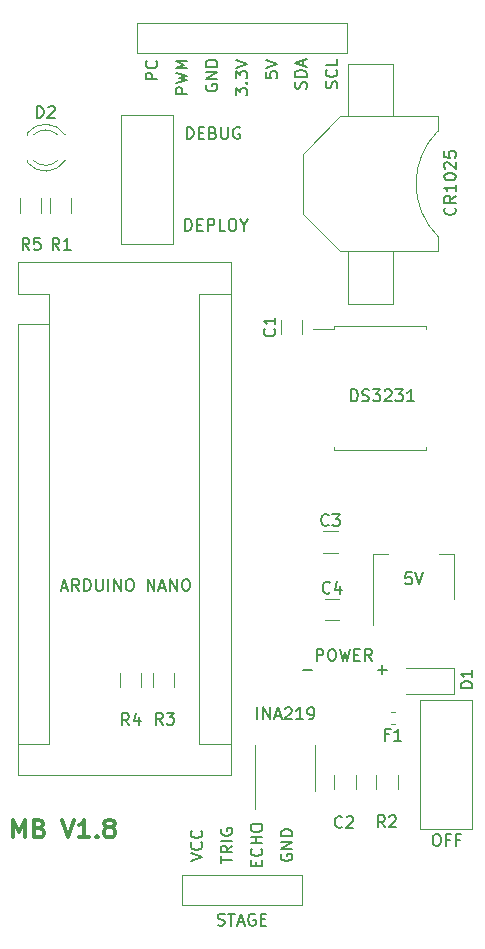
<source format=gbr>
%TF.GenerationSoftware,KiCad,Pcbnew,(5.1.6)-1*%
%TF.CreationDate,2021-10-22T11:30:52-04:00*%
%TF.ProjectId,main_board,6d61696e-5f62-46f6-9172-642e6b696361,rev?*%
%TF.SameCoordinates,Original*%
%TF.FileFunction,Legend,Top*%
%TF.FilePolarity,Positive*%
%FSLAX46Y46*%
G04 Gerber Fmt 4.6, Leading zero omitted, Abs format (unit mm)*
G04 Created by KiCad (PCBNEW (5.1.6)-1) date 2021-10-22 11:30:52*
%MOMM*%
%LPD*%
G01*
G04 APERTURE LIST*
%ADD10C,0.150000*%
%ADD11C,0.300000*%
%ADD12C,0.120000*%
G04 APERTURE END LIST*
D10*
X152803504Y-82443580D02*
X152803504Y-81443580D01*
X153041600Y-81443580D01*
X153184457Y-81491200D01*
X153279695Y-81586438D01*
X153327314Y-81681676D01*
X153374933Y-81872152D01*
X153374933Y-82015009D01*
X153327314Y-82205485D01*
X153279695Y-82300723D01*
X153184457Y-82395961D01*
X153041600Y-82443580D01*
X152803504Y-82443580D01*
X153803504Y-81919771D02*
X154136838Y-81919771D01*
X154279695Y-82443580D02*
X153803504Y-82443580D01*
X153803504Y-81443580D01*
X154279695Y-81443580D01*
X155041600Y-81919771D02*
X155184457Y-81967390D01*
X155232076Y-82015009D01*
X155279695Y-82110247D01*
X155279695Y-82253104D01*
X155232076Y-82348342D01*
X155184457Y-82395961D01*
X155089219Y-82443580D01*
X154708266Y-82443580D01*
X154708266Y-81443580D01*
X155041600Y-81443580D01*
X155136838Y-81491200D01*
X155184457Y-81538819D01*
X155232076Y-81634057D01*
X155232076Y-81729295D01*
X155184457Y-81824533D01*
X155136838Y-81872152D01*
X155041600Y-81919771D01*
X154708266Y-81919771D01*
X155708266Y-81443580D02*
X155708266Y-82253104D01*
X155755885Y-82348342D01*
X155803504Y-82395961D01*
X155898742Y-82443580D01*
X156089219Y-82443580D01*
X156184457Y-82395961D01*
X156232076Y-82348342D01*
X156279695Y-82253104D01*
X156279695Y-81443580D01*
X157279695Y-81491200D02*
X157184457Y-81443580D01*
X157041600Y-81443580D01*
X156898742Y-81491200D01*
X156803504Y-81586438D01*
X156755885Y-81681676D01*
X156708266Y-81872152D01*
X156708266Y-82015009D01*
X156755885Y-82205485D01*
X156803504Y-82300723D01*
X156898742Y-82395961D01*
X157041600Y-82443580D01*
X157136838Y-82443580D01*
X157279695Y-82395961D01*
X157327314Y-82348342D01*
X157327314Y-82015009D01*
X157136838Y-82015009D01*
X152673371Y-90215980D02*
X152673371Y-89215980D01*
X152911466Y-89215980D01*
X153054323Y-89263600D01*
X153149561Y-89358838D01*
X153197180Y-89454076D01*
X153244800Y-89644552D01*
X153244800Y-89787409D01*
X153197180Y-89977885D01*
X153149561Y-90073123D01*
X153054323Y-90168361D01*
X152911466Y-90215980D01*
X152673371Y-90215980D01*
X153673371Y-89692171D02*
X154006704Y-89692171D01*
X154149561Y-90215980D02*
X153673371Y-90215980D01*
X153673371Y-89215980D01*
X154149561Y-89215980D01*
X154578133Y-90215980D02*
X154578133Y-89215980D01*
X154959085Y-89215980D01*
X155054323Y-89263600D01*
X155101942Y-89311219D01*
X155149561Y-89406457D01*
X155149561Y-89549314D01*
X155101942Y-89644552D01*
X155054323Y-89692171D01*
X154959085Y-89739790D01*
X154578133Y-89739790D01*
X156054323Y-90215980D02*
X155578133Y-90215980D01*
X155578133Y-89215980D01*
X156578133Y-89215980D02*
X156768609Y-89215980D01*
X156863847Y-89263600D01*
X156959085Y-89358838D01*
X157006704Y-89549314D01*
X157006704Y-89882647D01*
X156959085Y-90073123D01*
X156863847Y-90168361D01*
X156768609Y-90215980D01*
X156578133Y-90215980D01*
X156482895Y-90168361D01*
X156387657Y-90073123D01*
X156340038Y-89882647D01*
X156340038Y-89549314D01*
X156387657Y-89358838D01*
X156482895Y-89263600D01*
X156578133Y-89215980D01*
X157625752Y-89739790D02*
X157625752Y-90215980D01*
X157292419Y-89215980D02*
X157625752Y-89739790D01*
X157959085Y-89215980D01*
X173863119Y-141311380D02*
X174053595Y-141311380D01*
X174148833Y-141359000D01*
X174244071Y-141454238D01*
X174291690Y-141644714D01*
X174291690Y-141978047D01*
X174244071Y-142168523D01*
X174148833Y-142263761D01*
X174053595Y-142311380D01*
X173863119Y-142311380D01*
X173767880Y-142263761D01*
X173672642Y-142168523D01*
X173625023Y-141978047D01*
X173625023Y-141644714D01*
X173672642Y-141454238D01*
X173767880Y-141359000D01*
X173863119Y-141311380D01*
X175053595Y-141787571D02*
X174720261Y-141787571D01*
X174720261Y-142311380D02*
X174720261Y-141311380D01*
X175196452Y-141311380D01*
X175910738Y-141787571D02*
X175577404Y-141787571D01*
X175577404Y-142311380D02*
X175577404Y-141311380D01*
X176053595Y-141311380D01*
D11*
X138117000Y-141585071D02*
X138117000Y-140085071D01*
X138617000Y-141156500D01*
X139117000Y-140085071D01*
X139117000Y-141585071D01*
X140331285Y-140799357D02*
X140545571Y-140870785D01*
X140617000Y-140942214D01*
X140688428Y-141085071D01*
X140688428Y-141299357D01*
X140617000Y-141442214D01*
X140545571Y-141513642D01*
X140402714Y-141585071D01*
X139831285Y-141585071D01*
X139831285Y-140085071D01*
X140331285Y-140085071D01*
X140474142Y-140156500D01*
X140545571Y-140227928D01*
X140617000Y-140370785D01*
X140617000Y-140513642D01*
X140545571Y-140656500D01*
X140474142Y-140727928D01*
X140331285Y-140799357D01*
X139831285Y-140799357D01*
X142259857Y-140085071D02*
X142759857Y-141585071D01*
X143259857Y-140085071D01*
X144545571Y-141585071D02*
X143688428Y-141585071D01*
X144117000Y-141585071D02*
X144117000Y-140085071D01*
X143974142Y-140299357D01*
X143831285Y-140442214D01*
X143688428Y-140513642D01*
X145188428Y-141442214D02*
X145259857Y-141513642D01*
X145188428Y-141585071D01*
X145117000Y-141513642D01*
X145188428Y-141442214D01*
X145188428Y-141585071D01*
X146117000Y-140727928D02*
X145974142Y-140656500D01*
X145902714Y-140585071D01*
X145831285Y-140442214D01*
X145831285Y-140370785D01*
X145902714Y-140227928D01*
X145974142Y-140156500D01*
X146117000Y-140085071D01*
X146402714Y-140085071D01*
X146545571Y-140156500D01*
X146617000Y-140227928D01*
X146688428Y-140370785D01*
X146688428Y-140442214D01*
X146617000Y-140585071D01*
X146545571Y-140656500D01*
X146402714Y-140727928D01*
X146117000Y-140727928D01*
X145974142Y-140799357D01*
X145902714Y-140870785D01*
X145831285Y-141013642D01*
X145831285Y-141299357D01*
X145902714Y-141442214D01*
X145974142Y-141513642D01*
X146117000Y-141585071D01*
X146402714Y-141585071D01*
X146545571Y-141513642D01*
X146617000Y-141442214D01*
X146688428Y-141299357D01*
X146688428Y-141013642D01*
X146617000Y-140870785D01*
X146545571Y-140799357D01*
X146402714Y-140727928D01*
D12*
%TO.C,switch2*%
X147193000Y-91313000D02*
X147193000Y-80391000D01*
X151638000Y-91313000D02*
X151638000Y-80391000D01*
X147193000Y-80391000D02*
X151638000Y-80391000D01*
X147193000Y-91313000D02*
X151638000Y-91313000D01*
%TO.C,ARDUINO NANO*%
X156530500Y-92897500D02*
X138490500Y-92897500D01*
X156530500Y-136337500D02*
X156530500Y-92897500D01*
X138490500Y-136337500D02*
X156530500Y-136337500D01*
X141160500Y-133667500D02*
X138490500Y-133667500D01*
X141160500Y-98107500D02*
X141160500Y-133667500D01*
X141160500Y-98107500D02*
X138490500Y-98107500D01*
X153860500Y-133667500D02*
X156530500Y-133667500D01*
X153860500Y-95567500D02*
X153860500Y-133667500D01*
X153860500Y-95567500D02*
X156530500Y-95567500D01*
X138490500Y-92897500D02*
X138490500Y-95567500D01*
X138490500Y-98107500D02*
X138490500Y-136337500D01*
X141160500Y-95567500D02*
X138490500Y-95567500D01*
X141160500Y-98107500D02*
X141160500Y-95567500D01*
%TO.C,CR1025*%
X166433500Y-76073000D02*
X166433500Y-76708000D01*
X170243500Y-76073000D02*
X166433500Y-76073000D01*
X170243500Y-76708000D02*
X170243500Y-76073000D01*
X166433500Y-96393000D02*
X166433500Y-95758000D01*
X170243500Y-96393000D02*
X166433500Y-96393000D01*
X170243500Y-95758000D02*
X170243500Y-96393000D01*
X166433500Y-76708000D02*
X166433500Y-80518000D01*
X170243500Y-80518000D02*
X170243500Y-76708000D01*
X166433500Y-95758000D02*
X166433500Y-91948000D01*
X170243500Y-91948000D02*
X170243500Y-95758000D01*
X174053500Y-91948000D02*
X165798500Y-91948000D01*
X168338500Y-80518000D02*
X165798500Y-80518000D01*
X162623500Y-83693000D02*
X165798500Y-80518000D01*
X162623500Y-88773000D02*
X165798500Y-91948000D01*
X162623500Y-83693000D02*
X162623500Y-88773000D01*
X162623500Y-86233000D02*
X162623500Y-83693000D01*
X174053500Y-80518000D02*
X174053500Y-81788000D01*
X174053500Y-91948000D02*
X174053500Y-90678000D01*
X168338500Y-80518000D02*
X174053500Y-80518000D01*
X174053501Y-90677999D02*
G75*
G02*
X174053501Y-81788001I4444999J4444999D01*
G01*
%TO.C,C1*%
X160761000Y-98963564D02*
X160761000Y-97759436D01*
X162581000Y-98963564D02*
X162581000Y-97759436D01*
%TO.C,C2*%
X165269500Y-136303936D02*
X165269500Y-137508064D01*
X167089500Y-136303936D02*
X167089500Y-137508064D01*
%TO.C,C3*%
X164370936Y-117496000D02*
X165575064Y-117496000D01*
X164370936Y-115676000D02*
X165575064Y-115676000D01*
%TO.C,C4*%
X164497936Y-121391000D02*
X165702064Y-121391000D01*
X164497936Y-123211000D02*
X165702064Y-123211000D01*
%TO.C,D1*%
X175434000Y-127198500D02*
X171374000Y-127198500D01*
X175434000Y-129468500D02*
X175434000Y-127198500D01*
X171374000Y-129468500D02*
X175434000Y-129468500D01*
%TO.C,D2*%
X139283000Y-84265000D02*
X139283000Y-84421000D01*
X139283000Y-81949000D02*
X139283000Y-82105000D01*
X142515335Y-82106392D02*
G75*
G03*
X139283000Y-81949484I-1672335J-1078608D01*
G01*
X142515335Y-84263608D02*
G75*
G02*
X139283000Y-84420516I-1672335J1078608D01*
G01*
X141884130Y-82105163D02*
G75*
G03*
X139802039Y-82105000I-1041130J-1079837D01*
G01*
X141884130Y-84264837D02*
G75*
G02*
X139802039Y-84265000I-1041130J1079837D01*
G01*
%TO.C,F1*%
X170414767Y-130998500D02*
X170072233Y-130998500D01*
X170414767Y-132018500D02*
X170072233Y-132018500D01*
%TO.C,R1*%
X143023000Y-88676564D02*
X143023000Y-87472436D01*
X141203000Y-88676564D02*
X141203000Y-87472436D01*
%TO.C,R2*%
X168825500Y-137508064D02*
X168825500Y-136303936D01*
X170645500Y-137508064D02*
X170645500Y-136303936D01*
%TO.C,R3*%
X151722500Y-128872064D02*
X151722500Y-127667936D01*
X149902500Y-128872064D02*
X149902500Y-127667936D01*
%TO.C,R4*%
X147108500Y-128872064D02*
X147108500Y-127667936D01*
X148928500Y-128872064D02*
X148928500Y-127667936D01*
%TO.C,R5*%
X140483000Y-88676564D02*
X140483000Y-87472436D01*
X138663000Y-88676564D02*
X138663000Y-87472436D01*
%TO.C,switch1*%
X176974500Y-129921000D02*
X172529500Y-129921000D01*
X176974500Y-140843000D02*
X172529500Y-140843000D01*
X172529500Y-129921000D02*
X172529500Y-140843000D01*
X176974500Y-129921000D02*
X176974500Y-140843000D01*
%TO.C,DS3231*%
X165304000Y-98500000D02*
X163489000Y-98500000D01*
X165304000Y-98245000D02*
X165304000Y-98500000D01*
X169164000Y-98245000D02*
X165304000Y-98245000D01*
X173024000Y-98245000D02*
X173024000Y-98500000D01*
X169164000Y-98245000D02*
X173024000Y-98245000D01*
X165304000Y-108765000D02*
X165304000Y-108510000D01*
X169164000Y-108765000D02*
X165304000Y-108765000D01*
X173024000Y-108765000D02*
X173024000Y-108510000D01*
X169164000Y-108765000D02*
X173024000Y-108765000D01*
%TO.C,INA219*%
X158539500Y-135699500D02*
X158539500Y-139149500D01*
X158539500Y-135699500D02*
X158539500Y-133749500D01*
X163659500Y-135699500D02*
X163659500Y-137649500D01*
X163659500Y-135699500D02*
X163659500Y-133749500D01*
%TO.C,5V*%
X168611500Y-123607000D02*
X168611500Y-117597000D01*
X175431500Y-121357000D02*
X175431500Y-117597000D01*
X168611500Y-117597000D02*
X169871500Y-117597000D01*
X175431500Y-117597000D02*
X174171500Y-117597000D01*
%TO.C,STAGE*%
X162560000Y-144780000D02*
X162560000Y-147320000D01*
X152400000Y-147320000D02*
X152400000Y-144780000D01*
X152400000Y-144780000D02*
X158750000Y-144780000D01*
X158750000Y-144780000D02*
X162560000Y-144780000D01*
X152400000Y-147320000D02*
X162560000Y-147320000D01*
%TO.C,U1*%
X151130000Y-72644000D02*
X166370000Y-72644000D01*
X151130000Y-75184000D02*
X166370000Y-75184000D01*
X166370000Y-75184000D02*
X166370000Y-72644000D01*
X148590000Y-75184000D02*
X148590000Y-72644000D01*
X151130000Y-75184000D02*
X148590000Y-75184000D01*
X151130000Y-72644000D02*
X148590000Y-72644000D01*
%TO.C,ARDUINO NANO*%
D10*
X142208928Y-120435666D02*
X142685119Y-120435666D01*
X142113690Y-120721380D02*
X142447023Y-119721380D01*
X142780357Y-120721380D01*
X143685119Y-120721380D02*
X143351785Y-120245190D01*
X143113690Y-120721380D02*
X143113690Y-119721380D01*
X143494642Y-119721380D01*
X143589880Y-119769000D01*
X143637500Y-119816619D01*
X143685119Y-119911857D01*
X143685119Y-120054714D01*
X143637500Y-120149952D01*
X143589880Y-120197571D01*
X143494642Y-120245190D01*
X143113690Y-120245190D01*
X144113690Y-120721380D02*
X144113690Y-119721380D01*
X144351785Y-119721380D01*
X144494642Y-119769000D01*
X144589880Y-119864238D01*
X144637500Y-119959476D01*
X144685119Y-120149952D01*
X144685119Y-120292809D01*
X144637500Y-120483285D01*
X144589880Y-120578523D01*
X144494642Y-120673761D01*
X144351785Y-120721380D01*
X144113690Y-120721380D01*
X145113690Y-119721380D02*
X145113690Y-120530904D01*
X145161309Y-120626142D01*
X145208928Y-120673761D01*
X145304166Y-120721380D01*
X145494642Y-120721380D01*
X145589880Y-120673761D01*
X145637500Y-120626142D01*
X145685119Y-120530904D01*
X145685119Y-119721380D01*
X146161309Y-120721380D02*
X146161309Y-119721380D01*
X146637500Y-120721380D02*
X146637500Y-119721380D01*
X147208928Y-120721380D01*
X147208928Y-119721380D01*
X147875595Y-119721380D02*
X148066071Y-119721380D01*
X148161309Y-119769000D01*
X148256547Y-119864238D01*
X148304166Y-120054714D01*
X148304166Y-120388047D01*
X148256547Y-120578523D01*
X148161309Y-120673761D01*
X148066071Y-120721380D01*
X147875595Y-120721380D01*
X147780357Y-120673761D01*
X147685119Y-120578523D01*
X147637500Y-120388047D01*
X147637500Y-120054714D01*
X147685119Y-119864238D01*
X147780357Y-119769000D01*
X147875595Y-119721380D01*
X149494642Y-120721380D02*
X149494642Y-119721380D01*
X150066071Y-120721380D01*
X150066071Y-119721380D01*
X150494642Y-120435666D02*
X150970833Y-120435666D01*
X150399404Y-120721380D02*
X150732738Y-119721380D01*
X151066071Y-120721380D01*
X151399404Y-120721380D02*
X151399404Y-119721380D01*
X151970833Y-120721380D01*
X151970833Y-119721380D01*
X152637500Y-119721380D02*
X152827976Y-119721380D01*
X152923214Y-119769000D01*
X153018452Y-119864238D01*
X153066071Y-120054714D01*
X153066071Y-120388047D01*
X153018452Y-120578523D01*
X152923214Y-120673761D01*
X152827976Y-120721380D01*
X152637500Y-120721380D01*
X152542261Y-120673761D01*
X152447023Y-120578523D01*
X152399404Y-120388047D01*
X152399404Y-120054714D01*
X152447023Y-119864238D01*
X152542261Y-119769000D01*
X152637500Y-119721380D01*
%TO.C,CR1025*%
X175490142Y-88264738D02*
X175537761Y-88312357D01*
X175585380Y-88455214D01*
X175585380Y-88550452D01*
X175537761Y-88693309D01*
X175442523Y-88788547D01*
X175347285Y-88836166D01*
X175156809Y-88883785D01*
X175013952Y-88883785D01*
X174823476Y-88836166D01*
X174728238Y-88788547D01*
X174633000Y-88693309D01*
X174585380Y-88550452D01*
X174585380Y-88455214D01*
X174633000Y-88312357D01*
X174680619Y-88264738D01*
X175585380Y-87264738D02*
X175109190Y-87598071D01*
X175585380Y-87836166D02*
X174585380Y-87836166D01*
X174585380Y-87455214D01*
X174633000Y-87359976D01*
X174680619Y-87312357D01*
X174775857Y-87264738D01*
X174918714Y-87264738D01*
X175013952Y-87312357D01*
X175061571Y-87359976D01*
X175109190Y-87455214D01*
X175109190Y-87836166D01*
X175585380Y-86312357D02*
X175585380Y-86883785D01*
X175585380Y-86598071D02*
X174585380Y-86598071D01*
X174728238Y-86693309D01*
X174823476Y-86788547D01*
X174871095Y-86883785D01*
X174585380Y-85693309D02*
X174585380Y-85598071D01*
X174633000Y-85502833D01*
X174680619Y-85455214D01*
X174775857Y-85407595D01*
X174966333Y-85359976D01*
X175204428Y-85359976D01*
X175394904Y-85407595D01*
X175490142Y-85455214D01*
X175537761Y-85502833D01*
X175585380Y-85598071D01*
X175585380Y-85693309D01*
X175537761Y-85788547D01*
X175490142Y-85836166D01*
X175394904Y-85883785D01*
X175204428Y-85931404D01*
X174966333Y-85931404D01*
X174775857Y-85883785D01*
X174680619Y-85836166D01*
X174633000Y-85788547D01*
X174585380Y-85693309D01*
X174680619Y-84979023D02*
X174633000Y-84931404D01*
X174585380Y-84836166D01*
X174585380Y-84598071D01*
X174633000Y-84502833D01*
X174680619Y-84455214D01*
X174775857Y-84407595D01*
X174871095Y-84407595D01*
X175013952Y-84455214D01*
X175585380Y-85026642D01*
X175585380Y-84407595D01*
X174585380Y-83502833D02*
X174585380Y-83979023D01*
X175061571Y-84026642D01*
X175013952Y-83979023D01*
X174966333Y-83883785D01*
X174966333Y-83645690D01*
X175013952Y-83550452D01*
X175061571Y-83502833D01*
X175156809Y-83455214D01*
X175394904Y-83455214D01*
X175490142Y-83502833D01*
X175537761Y-83550452D01*
X175585380Y-83645690D01*
X175585380Y-83883785D01*
X175537761Y-83979023D01*
X175490142Y-84026642D01*
%TO.C,C1*%
X160208142Y-98528166D02*
X160255761Y-98575785D01*
X160303380Y-98718642D01*
X160303380Y-98813880D01*
X160255761Y-98956738D01*
X160160523Y-99051976D01*
X160065285Y-99099595D01*
X159874809Y-99147214D01*
X159731952Y-99147214D01*
X159541476Y-99099595D01*
X159446238Y-99051976D01*
X159351000Y-98956738D01*
X159303380Y-98813880D01*
X159303380Y-98718642D01*
X159351000Y-98575785D01*
X159398619Y-98528166D01*
X160303380Y-97575785D02*
X160303380Y-98147214D01*
X160303380Y-97861500D02*
X159303380Y-97861500D01*
X159446238Y-97956738D01*
X159541476Y-98051976D01*
X159589095Y-98147214D01*
%TO.C,C2*%
X165949333Y-140692142D02*
X165901714Y-140739761D01*
X165758857Y-140787380D01*
X165663619Y-140787380D01*
X165520761Y-140739761D01*
X165425523Y-140644523D01*
X165377904Y-140549285D01*
X165330285Y-140358809D01*
X165330285Y-140215952D01*
X165377904Y-140025476D01*
X165425523Y-139930238D01*
X165520761Y-139835000D01*
X165663619Y-139787380D01*
X165758857Y-139787380D01*
X165901714Y-139835000D01*
X165949333Y-139882619D01*
X166330285Y-139882619D02*
X166377904Y-139835000D01*
X166473142Y-139787380D01*
X166711238Y-139787380D01*
X166806476Y-139835000D01*
X166854095Y-139882619D01*
X166901714Y-139977857D01*
X166901714Y-140073095D01*
X166854095Y-140215952D01*
X166282666Y-140787380D01*
X166901714Y-140787380D01*
%TO.C,C3*%
X164806333Y-115123142D02*
X164758714Y-115170761D01*
X164615857Y-115218380D01*
X164520619Y-115218380D01*
X164377761Y-115170761D01*
X164282523Y-115075523D01*
X164234904Y-114980285D01*
X164187285Y-114789809D01*
X164187285Y-114646952D01*
X164234904Y-114456476D01*
X164282523Y-114361238D01*
X164377761Y-114266000D01*
X164520619Y-114218380D01*
X164615857Y-114218380D01*
X164758714Y-114266000D01*
X164806333Y-114313619D01*
X165139666Y-114218380D02*
X165758714Y-114218380D01*
X165425380Y-114599333D01*
X165568238Y-114599333D01*
X165663476Y-114646952D01*
X165711095Y-114694571D01*
X165758714Y-114789809D01*
X165758714Y-115027904D01*
X165711095Y-115123142D01*
X165663476Y-115170761D01*
X165568238Y-115218380D01*
X165282523Y-115218380D01*
X165187285Y-115170761D01*
X165139666Y-115123142D01*
%TO.C,C4*%
X164933333Y-120838142D02*
X164885714Y-120885761D01*
X164742857Y-120933380D01*
X164647619Y-120933380D01*
X164504761Y-120885761D01*
X164409523Y-120790523D01*
X164361904Y-120695285D01*
X164314285Y-120504809D01*
X164314285Y-120361952D01*
X164361904Y-120171476D01*
X164409523Y-120076238D01*
X164504761Y-119981000D01*
X164647619Y-119933380D01*
X164742857Y-119933380D01*
X164885714Y-119981000D01*
X164933333Y-120028619D01*
X165790476Y-120266714D02*
X165790476Y-120933380D01*
X165552380Y-119885761D02*
X165314285Y-120600047D01*
X165933333Y-120600047D01*
%TO.C,D1*%
X176982380Y-128944595D02*
X175982380Y-128944595D01*
X175982380Y-128706500D01*
X176030000Y-128563642D01*
X176125238Y-128468404D01*
X176220476Y-128420785D01*
X176410952Y-128373166D01*
X176553809Y-128373166D01*
X176744285Y-128420785D01*
X176839523Y-128468404D01*
X176934761Y-128563642D01*
X176982380Y-128706500D01*
X176982380Y-128944595D01*
X176982380Y-127420785D02*
X176982380Y-127992214D01*
X176982380Y-127706500D02*
X175982380Y-127706500D01*
X176125238Y-127801738D01*
X176220476Y-127896976D01*
X176268095Y-127992214D01*
%TO.C,D2*%
X140104904Y-80677380D02*
X140104904Y-79677380D01*
X140343000Y-79677380D01*
X140485857Y-79725000D01*
X140581095Y-79820238D01*
X140628714Y-79915476D01*
X140676333Y-80105952D01*
X140676333Y-80248809D01*
X140628714Y-80439285D01*
X140581095Y-80534523D01*
X140485857Y-80629761D01*
X140343000Y-80677380D01*
X140104904Y-80677380D01*
X141057285Y-79772619D02*
X141104904Y-79725000D01*
X141200142Y-79677380D01*
X141438238Y-79677380D01*
X141533476Y-79725000D01*
X141581095Y-79772619D01*
X141628714Y-79867857D01*
X141628714Y-79963095D01*
X141581095Y-80105952D01*
X141009666Y-80677380D01*
X141628714Y-80677380D01*
%TO.C,F1*%
X169910166Y-132867071D02*
X169576833Y-132867071D01*
X169576833Y-133390880D02*
X169576833Y-132390880D01*
X170053023Y-132390880D01*
X170957785Y-133390880D02*
X170386357Y-133390880D01*
X170672071Y-133390880D02*
X170672071Y-132390880D01*
X170576833Y-132533738D01*
X170481595Y-132628976D01*
X170386357Y-132676595D01*
%TO.C,POWER*%
X163806476Y-126626880D02*
X163806476Y-125626880D01*
X164187428Y-125626880D01*
X164282666Y-125674500D01*
X164330285Y-125722119D01*
X164377904Y-125817357D01*
X164377904Y-125960214D01*
X164330285Y-126055452D01*
X164282666Y-126103071D01*
X164187428Y-126150690D01*
X163806476Y-126150690D01*
X164996952Y-125626880D02*
X165187428Y-125626880D01*
X165282666Y-125674500D01*
X165377904Y-125769738D01*
X165425523Y-125960214D01*
X165425523Y-126293547D01*
X165377904Y-126484023D01*
X165282666Y-126579261D01*
X165187428Y-126626880D01*
X164996952Y-126626880D01*
X164901714Y-126579261D01*
X164806476Y-126484023D01*
X164758857Y-126293547D01*
X164758857Y-125960214D01*
X164806476Y-125769738D01*
X164901714Y-125674500D01*
X164996952Y-125626880D01*
X165758857Y-125626880D02*
X165996952Y-126626880D01*
X166187428Y-125912595D01*
X166377904Y-126626880D01*
X166616000Y-125626880D01*
X166996952Y-126103071D02*
X167330285Y-126103071D01*
X167473142Y-126626880D02*
X166996952Y-126626880D01*
X166996952Y-125626880D01*
X167473142Y-125626880D01*
X168473142Y-126626880D02*
X168139809Y-126150690D01*
X167901714Y-126626880D02*
X167901714Y-125626880D01*
X168282666Y-125626880D01*
X168377904Y-125674500D01*
X168425523Y-125722119D01*
X168473142Y-125817357D01*
X168473142Y-125960214D01*
X168425523Y-126055452D01*
X168377904Y-126103071D01*
X168282666Y-126150690D01*
X167901714Y-126150690D01*
X168973547Y-127388928D02*
X169735452Y-127388928D01*
X169354500Y-127769880D02*
X169354500Y-127007976D01*
X162623547Y-127388928D02*
X163385452Y-127388928D01*
%TO.C,R1*%
X142009833Y-91828880D02*
X141676500Y-91352690D01*
X141438404Y-91828880D02*
X141438404Y-90828880D01*
X141819357Y-90828880D01*
X141914595Y-90876500D01*
X141962214Y-90924119D01*
X142009833Y-91019357D01*
X142009833Y-91162214D01*
X141962214Y-91257452D01*
X141914595Y-91305071D01*
X141819357Y-91352690D01*
X141438404Y-91352690D01*
X142962214Y-91828880D02*
X142390785Y-91828880D01*
X142676500Y-91828880D02*
X142676500Y-90828880D01*
X142581261Y-90971738D01*
X142486023Y-91066976D01*
X142390785Y-91114595D01*
%TO.C,R2*%
X169568833Y-140723880D02*
X169235500Y-140247690D01*
X168997404Y-140723880D02*
X168997404Y-139723880D01*
X169378357Y-139723880D01*
X169473595Y-139771500D01*
X169521214Y-139819119D01*
X169568833Y-139914357D01*
X169568833Y-140057214D01*
X169521214Y-140152452D01*
X169473595Y-140200071D01*
X169378357Y-140247690D01*
X168997404Y-140247690D01*
X169949785Y-139819119D02*
X169997404Y-139771500D01*
X170092642Y-139723880D01*
X170330738Y-139723880D01*
X170425976Y-139771500D01*
X170473595Y-139819119D01*
X170521214Y-139914357D01*
X170521214Y-140009595D01*
X170473595Y-140152452D01*
X169902166Y-140723880D01*
X170521214Y-140723880D01*
%TO.C,R3*%
X150772833Y-132024380D02*
X150439500Y-131548190D01*
X150201404Y-132024380D02*
X150201404Y-131024380D01*
X150582357Y-131024380D01*
X150677595Y-131072000D01*
X150725214Y-131119619D01*
X150772833Y-131214857D01*
X150772833Y-131357714D01*
X150725214Y-131452952D01*
X150677595Y-131500571D01*
X150582357Y-131548190D01*
X150201404Y-131548190D01*
X151106166Y-131024380D02*
X151725214Y-131024380D01*
X151391880Y-131405333D01*
X151534738Y-131405333D01*
X151629976Y-131452952D01*
X151677595Y-131500571D01*
X151725214Y-131595809D01*
X151725214Y-131833904D01*
X151677595Y-131929142D01*
X151629976Y-131976761D01*
X151534738Y-132024380D01*
X151249023Y-132024380D01*
X151153785Y-131976761D01*
X151106166Y-131929142D01*
%TO.C,R4*%
X147915333Y-132087880D02*
X147582000Y-131611690D01*
X147343904Y-132087880D02*
X147343904Y-131087880D01*
X147724857Y-131087880D01*
X147820095Y-131135500D01*
X147867714Y-131183119D01*
X147915333Y-131278357D01*
X147915333Y-131421214D01*
X147867714Y-131516452D01*
X147820095Y-131564071D01*
X147724857Y-131611690D01*
X147343904Y-131611690D01*
X148772476Y-131421214D02*
X148772476Y-132087880D01*
X148534380Y-131040261D02*
X148296285Y-131754547D01*
X148915333Y-131754547D01*
%TO.C,R5*%
X139469833Y-91828880D02*
X139136500Y-91352690D01*
X138898404Y-91828880D02*
X138898404Y-90828880D01*
X139279357Y-90828880D01*
X139374595Y-90876500D01*
X139422214Y-90924119D01*
X139469833Y-91019357D01*
X139469833Y-91162214D01*
X139422214Y-91257452D01*
X139374595Y-91305071D01*
X139279357Y-91352690D01*
X138898404Y-91352690D01*
X140374595Y-90828880D02*
X139898404Y-90828880D01*
X139850785Y-91305071D01*
X139898404Y-91257452D01*
X139993642Y-91209833D01*
X140231738Y-91209833D01*
X140326976Y-91257452D01*
X140374595Y-91305071D01*
X140422214Y-91400309D01*
X140422214Y-91638404D01*
X140374595Y-91733642D01*
X140326976Y-91781261D01*
X140231738Y-91828880D01*
X139993642Y-91828880D01*
X139898404Y-91781261D01*
X139850785Y-91733642D01*
%TO.C,DS3231*%
X166711642Y-104655880D02*
X166711642Y-103655880D01*
X166949738Y-103655880D01*
X167092595Y-103703500D01*
X167187833Y-103798738D01*
X167235452Y-103893976D01*
X167283071Y-104084452D01*
X167283071Y-104227309D01*
X167235452Y-104417785D01*
X167187833Y-104513023D01*
X167092595Y-104608261D01*
X166949738Y-104655880D01*
X166711642Y-104655880D01*
X167664023Y-104608261D02*
X167806880Y-104655880D01*
X168044976Y-104655880D01*
X168140214Y-104608261D01*
X168187833Y-104560642D01*
X168235452Y-104465404D01*
X168235452Y-104370166D01*
X168187833Y-104274928D01*
X168140214Y-104227309D01*
X168044976Y-104179690D01*
X167854500Y-104132071D01*
X167759261Y-104084452D01*
X167711642Y-104036833D01*
X167664023Y-103941595D01*
X167664023Y-103846357D01*
X167711642Y-103751119D01*
X167759261Y-103703500D01*
X167854500Y-103655880D01*
X168092595Y-103655880D01*
X168235452Y-103703500D01*
X168568785Y-103655880D02*
X169187833Y-103655880D01*
X168854500Y-104036833D01*
X168997357Y-104036833D01*
X169092595Y-104084452D01*
X169140214Y-104132071D01*
X169187833Y-104227309D01*
X169187833Y-104465404D01*
X169140214Y-104560642D01*
X169092595Y-104608261D01*
X168997357Y-104655880D01*
X168711642Y-104655880D01*
X168616404Y-104608261D01*
X168568785Y-104560642D01*
X169568785Y-103751119D02*
X169616404Y-103703500D01*
X169711642Y-103655880D01*
X169949738Y-103655880D01*
X170044976Y-103703500D01*
X170092595Y-103751119D01*
X170140214Y-103846357D01*
X170140214Y-103941595D01*
X170092595Y-104084452D01*
X169521166Y-104655880D01*
X170140214Y-104655880D01*
X170473547Y-103655880D02*
X171092595Y-103655880D01*
X170759261Y-104036833D01*
X170902119Y-104036833D01*
X170997357Y-104084452D01*
X171044976Y-104132071D01*
X171092595Y-104227309D01*
X171092595Y-104465404D01*
X171044976Y-104560642D01*
X170997357Y-104608261D01*
X170902119Y-104655880D01*
X170616404Y-104655880D01*
X170521166Y-104608261D01*
X170473547Y-104560642D01*
X172044976Y-104655880D02*
X171473547Y-104655880D01*
X171759261Y-104655880D02*
X171759261Y-103655880D01*
X171664023Y-103798738D01*
X171568785Y-103893976D01*
X171473547Y-103941595D01*
%TO.C,INA219*%
X158782047Y-131579880D02*
X158782047Y-130579880D01*
X159258238Y-131579880D02*
X159258238Y-130579880D01*
X159829666Y-131579880D01*
X159829666Y-130579880D01*
X160258238Y-131294166D02*
X160734428Y-131294166D01*
X160163000Y-131579880D02*
X160496333Y-130579880D01*
X160829666Y-131579880D01*
X161115380Y-130675119D02*
X161163000Y-130627500D01*
X161258238Y-130579880D01*
X161496333Y-130579880D01*
X161591571Y-130627500D01*
X161639190Y-130675119D01*
X161686809Y-130770357D01*
X161686809Y-130865595D01*
X161639190Y-131008452D01*
X161067761Y-131579880D01*
X161686809Y-131579880D01*
X162639190Y-131579880D02*
X162067761Y-131579880D01*
X162353476Y-131579880D02*
X162353476Y-130579880D01*
X162258238Y-130722738D01*
X162163000Y-130817976D01*
X162067761Y-130865595D01*
X163115380Y-131579880D02*
X163305857Y-131579880D01*
X163401095Y-131532261D01*
X163448714Y-131484642D01*
X163543952Y-131341785D01*
X163591571Y-131151309D01*
X163591571Y-130770357D01*
X163543952Y-130675119D01*
X163496333Y-130627500D01*
X163401095Y-130579880D01*
X163210619Y-130579880D01*
X163115380Y-130627500D01*
X163067761Y-130675119D01*
X163020142Y-130770357D01*
X163020142Y-131008452D01*
X163067761Y-131103690D01*
X163115380Y-131151309D01*
X163210619Y-131198928D01*
X163401095Y-131198928D01*
X163496333Y-131151309D01*
X163543952Y-131103690D01*
X163591571Y-131008452D01*
%TO.C,5V*%
X171831023Y-119149880D02*
X171354833Y-119149880D01*
X171307214Y-119626071D01*
X171354833Y-119578452D01*
X171450071Y-119530833D01*
X171688166Y-119530833D01*
X171783404Y-119578452D01*
X171831023Y-119626071D01*
X171878642Y-119721309D01*
X171878642Y-119959404D01*
X171831023Y-120054642D01*
X171783404Y-120102261D01*
X171688166Y-120149880D01*
X171450071Y-120149880D01*
X171354833Y-120102261D01*
X171307214Y-120054642D01*
X172164357Y-119149880D02*
X172497690Y-120149880D01*
X172831023Y-119149880D01*
%TO.C,STAGE*%
X155432380Y-148994761D02*
X155575238Y-149042380D01*
X155813333Y-149042380D01*
X155908571Y-148994761D01*
X155956190Y-148947142D01*
X156003809Y-148851904D01*
X156003809Y-148756666D01*
X155956190Y-148661428D01*
X155908571Y-148613809D01*
X155813333Y-148566190D01*
X155622857Y-148518571D01*
X155527619Y-148470952D01*
X155480000Y-148423333D01*
X155432380Y-148328095D01*
X155432380Y-148232857D01*
X155480000Y-148137619D01*
X155527619Y-148090000D01*
X155622857Y-148042380D01*
X155860952Y-148042380D01*
X156003809Y-148090000D01*
X156289523Y-148042380D02*
X156860952Y-148042380D01*
X156575238Y-149042380D02*
X156575238Y-148042380D01*
X157146666Y-148756666D02*
X157622857Y-148756666D01*
X157051428Y-149042380D02*
X157384761Y-148042380D01*
X157718095Y-149042380D01*
X158575238Y-148090000D02*
X158480000Y-148042380D01*
X158337142Y-148042380D01*
X158194285Y-148090000D01*
X158099047Y-148185238D01*
X158051428Y-148280476D01*
X158003809Y-148470952D01*
X158003809Y-148613809D01*
X158051428Y-148804285D01*
X158099047Y-148899523D01*
X158194285Y-148994761D01*
X158337142Y-149042380D01*
X158432380Y-149042380D01*
X158575238Y-148994761D01*
X158622857Y-148947142D01*
X158622857Y-148613809D01*
X158432380Y-148613809D01*
X159051428Y-148518571D02*
X159384761Y-148518571D01*
X159527619Y-149042380D02*
X159051428Y-149042380D01*
X159051428Y-148042380D01*
X159527619Y-148042380D01*
X153122380Y-143573333D02*
X154122380Y-143240000D01*
X153122380Y-142906666D01*
X154027142Y-142001904D02*
X154074761Y-142049523D01*
X154122380Y-142192380D01*
X154122380Y-142287619D01*
X154074761Y-142430476D01*
X153979523Y-142525714D01*
X153884285Y-142573333D01*
X153693809Y-142620952D01*
X153550952Y-142620952D01*
X153360476Y-142573333D01*
X153265238Y-142525714D01*
X153170000Y-142430476D01*
X153122380Y-142287619D01*
X153122380Y-142192380D01*
X153170000Y-142049523D01*
X153217619Y-142001904D01*
X154027142Y-141001904D02*
X154074761Y-141049523D01*
X154122380Y-141192380D01*
X154122380Y-141287619D01*
X154074761Y-141430476D01*
X153979523Y-141525714D01*
X153884285Y-141573333D01*
X153693809Y-141620952D01*
X153550952Y-141620952D01*
X153360476Y-141573333D01*
X153265238Y-141525714D01*
X153170000Y-141430476D01*
X153122380Y-141287619D01*
X153122380Y-141192380D01*
X153170000Y-141049523D01*
X153217619Y-141001904D01*
X155662380Y-143763809D02*
X155662380Y-143192380D01*
X156662380Y-143478095D02*
X155662380Y-143478095D01*
X156662380Y-142287619D02*
X156186190Y-142620952D01*
X156662380Y-142859047D02*
X155662380Y-142859047D01*
X155662380Y-142478095D01*
X155710000Y-142382857D01*
X155757619Y-142335238D01*
X155852857Y-142287619D01*
X155995714Y-142287619D01*
X156090952Y-142335238D01*
X156138571Y-142382857D01*
X156186190Y-142478095D01*
X156186190Y-142859047D01*
X156662380Y-141859047D02*
X155662380Y-141859047D01*
X155710000Y-140859047D02*
X155662380Y-140954285D01*
X155662380Y-141097142D01*
X155710000Y-141240000D01*
X155805238Y-141335238D01*
X155900476Y-141382857D01*
X156090952Y-141430476D01*
X156233809Y-141430476D01*
X156424285Y-141382857D01*
X156519523Y-141335238D01*
X156614761Y-141240000D01*
X156662380Y-141097142D01*
X156662380Y-141001904D01*
X156614761Y-140859047D01*
X156567142Y-140811428D01*
X156233809Y-140811428D01*
X156233809Y-141001904D01*
X158678571Y-144001904D02*
X158678571Y-143668571D01*
X159202380Y-143525714D02*
X159202380Y-144001904D01*
X158202380Y-144001904D01*
X158202380Y-143525714D01*
X159107142Y-142525714D02*
X159154761Y-142573333D01*
X159202380Y-142716190D01*
X159202380Y-142811428D01*
X159154761Y-142954285D01*
X159059523Y-143049523D01*
X158964285Y-143097142D01*
X158773809Y-143144761D01*
X158630952Y-143144761D01*
X158440476Y-143097142D01*
X158345238Y-143049523D01*
X158250000Y-142954285D01*
X158202380Y-142811428D01*
X158202380Y-142716190D01*
X158250000Y-142573333D01*
X158297619Y-142525714D01*
X159202380Y-142097142D02*
X158202380Y-142097142D01*
X158678571Y-142097142D02*
X158678571Y-141525714D01*
X159202380Y-141525714D02*
X158202380Y-141525714D01*
X158202380Y-140859047D02*
X158202380Y-140668571D01*
X158250000Y-140573333D01*
X158345238Y-140478095D01*
X158535714Y-140430476D01*
X158869047Y-140430476D01*
X159059523Y-140478095D01*
X159154761Y-140573333D01*
X159202380Y-140668571D01*
X159202380Y-140859047D01*
X159154761Y-140954285D01*
X159059523Y-141049523D01*
X158869047Y-141097142D01*
X158535714Y-141097142D01*
X158345238Y-141049523D01*
X158250000Y-140954285D01*
X158202380Y-140859047D01*
X160790000Y-143001904D02*
X160742380Y-143097142D01*
X160742380Y-143240000D01*
X160790000Y-143382857D01*
X160885238Y-143478095D01*
X160980476Y-143525714D01*
X161170952Y-143573333D01*
X161313809Y-143573333D01*
X161504285Y-143525714D01*
X161599523Y-143478095D01*
X161694761Y-143382857D01*
X161742380Y-143240000D01*
X161742380Y-143144761D01*
X161694761Y-143001904D01*
X161647142Y-142954285D01*
X161313809Y-142954285D01*
X161313809Y-143144761D01*
X161742380Y-142525714D02*
X160742380Y-142525714D01*
X161742380Y-141954285D01*
X160742380Y-141954285D01*
X161742380Y-141478095D02*
X160742380Y-141478095D01*
X160742380Y-141240000D01*
X160790000Y-141097142D01*
X160885238Y-141001904D01*
X160980476Y-140954285D01*
X161170952Y-140906666D01*
X161313809Y-140906666D01*
X161504285Y-140954285D01*
X161599523Y-141001904D01*
X161694761Y-141097142D01*
X161742380Y-141240000D01*
X161742380Y-141478095D01*
%TO.C,U1*%
X165504761Y-78152476D02*
X165552380Y-78009619D01*
X165552380Y-77771523D01*
X165504761Y-77676285D01*
X165457142Y-77628666D01*
X165361904Y-77581047D01*
X165266666Y-77581047D01*
X165171428Y-77628666D01*
X165123809Y-77676285D01*
X165076190Y-77771523D01*
X165028571Y-77962000D01*
X164980952Y-78057238D01*
X164933333Y-78104857D01*
X164838095Y-78152476D01*
X164742857Y-78152476D01*
X164647619Y-78104857D01*
X164600000Y-78057238D01*
X164552380Y-77962000D01*
X164552380Y-77723904D01*
X164600000Y-77581047D01*
X165457142Y-76581047D02*
X165504761Y-76628666D01*
X165552380Y-76771523D01*
X165552380Y-76866761D01*
X165504761Y-77009619D01*
X165409523Y-77104857D01*
X165314285Y-77152476D01*
X165123809Y-77200095D01*
X164980952Y-77200095D01*
X164790476Y-77152476D01*
X164695238Y-77104857D01*
X164600000Y-77009619D01*
X164552380Y-76866761D01*
X164552380Y-76771523D01*
X164600000Y-76628666D01*
X164647619Y-76581047D01*
X165552380Y-75676285D02*
X165552380Y-76152476D01*
X164552380Y-76152476D01*
X162901261Y-78176285D02*
X162948880Y-78033428D01*
X162948880Y-77795333D01*
X162901261Y-77700095D01*
X162853642Y-77652476D01*
X162758404Y-77604857D01*
X162663166Y-77604857D01*
X162567928Y-77652476D01*
X162520309Y-77700095D01*
X162472690Y-77795333D01*
X162425071Y-77985809D01*
X162377452Y-78081047D01*
X162329833Y-78128666D01*
X162234595Y-78176285D01*
X162139357Y-78176285D01*
X162044119Y-78128666D01*
X161996500Y-78081047D01*
X161948880Y-77985809D01*
X161948880Y-77747714D01*
X161996500Y-77604857D01*
X162948880Y-77176285D02*
X161948880Y-77176285D01*
X161948880Y-76938190D01*
X161996500Y-76795333D01*
X162091738Y-76700095D01*
X162186976Y-76652476D01*
X162377452Y-76604857D01*
X162520309Y-76604857D01*
X162710785Y-76652476D01*
X162806023Y-76700095D01*
X162901261Y-76795333D01*
X162948880Y-76938190D01*
X162948880Y-77176285D01*
X162663166Y-76223904D02*
X162663166Y-75747714D01*
X162948880Y-76319142D02*
X161948880Y-75985809D01*
X162948880Y-75652476D01*
X159472380Y-76771476D02*
X159472380Y-77247666D01*
X159948571Y-77295285D01*
X159900952Y-77247666D01*
X159853333Y-77152428D01*
X159853333Y-76914333D01*
X159900952Y-76819095D01*
X159948571Y-76771476D01*
X160043809Y-76723857D01*
X160281904Y-76723857D01*
X160377142Y-76771476D01*
X160424761Y-76819095D01*
X160472380Y-76914333D01*
X160472380Y-77152428D01*
X160424761Y-77247666D01*
X160377142Y-77295285D01*
X159472380Y-76438142D02*
X160472380Y-76104809D01*
X159472380Y-75771476D01*
X156932380Y-78755690D02*
X156932380Y-78136642D01*
X157313333Y-78469976D01*
X157313333Y-78327119D01*
X157360952Y-78231880D01*
X157408571Y-78184261D01*
X157503809Y-78136642D01*
X157741904Y-78136642D01*
X157837142Y-78184261D01*
X157884761Y-78231880D01*
X157932380Y-78327119D01*
X157932380Y-78612833D01*
X157884761Y-78708071D01*
X157837142Y-78755690D01*
X157837142Y-77708071D02*
X157884761Y-77660452D01*
X157932380Y-77708071D01*
X157884761Y-77755690D01*
X157837142Y-77708071D01*
X157932380Y-77708071D01*
X156932380Y-77327119D02*
X156932380Y-76708071D01*
X157313333Y-77041404D01*
X157313333Y-76898547D01*
X157360952Y-76803309D01*
X157408571Y-76755690D01*
X157503809Y-76708071D01*
X157741904Y-76708071D01*
X157837142Y-76755690D01*
X157884761Y-76803309D01*
X157932380Y-76898547D01*
X157932380Y-77184261D01*
X157884761Y-77279500D01*
X157837142Y-77327119D01*
X156932380Y-76422357D02*
X157932380Y-76089023D01*
X156932380Y-75755690D01*
X154440000Y-77850904D02*
X154392380Y-77946142D01*
X154392380Y-78089000D01*
X154440000Y-78231857D01*
X154535238Y-78327095D01*
X154630476Y-78374714D01*
X154820952Y-78422333D01*
X154963809Y-78422333D01*
X155154285Y-78374714D01*
X155249523Y-78327095D01*
X155344761Y-78231857D01*
X155392380Y-78089000D01*
X155392380Y-77993761D01*
X155344761Y-77850904D01*
X155297142Y-77803285D01*
X154963809Y-77803285D01*
X154963809Y-77993761D01*
X155392380Y-77374714D02*
X154392380Y-77374714D01*
X155392380Y-76803285D01*
X154392380Y-76803285D01*
X155392380Y-76327095D02*
X154392380Y-76327095D01*
X154392380Y-76089000D01*
X154440000Y-75946142D01*
X154535238Y-75850904D01*
X154630476Y-75803285D01*
X154820952Y-75755666D01*
X154963809Y-75755666D01*
X155154285Y-75803285D01*
X155249523Y-75850904D01*
X155344761Y-75946142D01*
X155392380Y-76089000D01*
X155392380Y-76327095D01*
X152852380Y-78620761D02*
X151852380Y-78620761D01*
X151852380Y-78239809D01*
X151900000Y-78144571D01*
X151947619Y-78096952D01*
X152042857Y-78049333D01*
X152185714Y-78049333D01*
X152280952Y-78096952D01*
X152328571Y-78144571D01*
X152376190Y-78239809D01*
X152376190Y-78620761D01*
X151852380Y-77716000D02*
X152852380Y-77477904D01*
X152138095Y-77287428D01*
X152852380Y-77096952D01*
X151852380Y-76858857D01*
X152852380Y-76477904D02*
X151852380Y-76477904D01*
X152566666Y-76144571D01*
X151852380Y-75811238D01*
X152852380Y-75811238D01*
X150312380Y-77406404D02*
X149312380Y-77406404D01*
X149312380Y-77025452D01*
X149360000Y-76930214D01*
X149407619Y-76882595D01*
X149502857Y-76834976D01*
X149645714Y-76834976D01*
X149740952Y-76882595D01*
X149788571Y-76930214D01*
X149836190Y-77025452D01*
X149836190Y-77406404D01*
X150217142Y-75834976D02*
X150264761Y-75882595D01*
X150312380Y-76025452D01*
X150312380Y-76120690D01*
X150264761Y-76263547D01*
X150169523Y-76358785D01*
X150074285Y-76406404D01*
X149883809Y-76454023D01*
X149740952Y-76454023D01*
X149550476Y-76406404D01*
X149455238Y-76358785D01*
X149360000Y-76263547D01*
X149312380Y-76120690D01*
X149312380Y-76025452D01*
X149360000Y-75882595D01*
X149407619Y-75834976D01*
%TD*%
M02*

</source>
